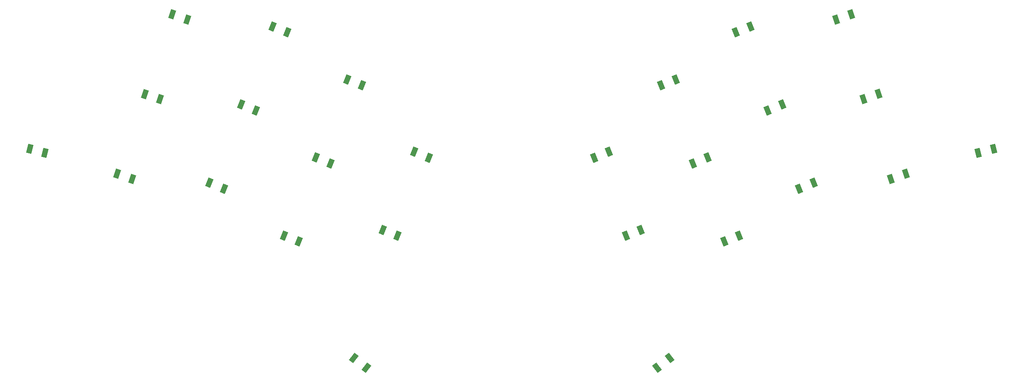
<source format=gbr>
%TF.GenerationSoftware,KiCad,Pcbnew,8.0.9-1.fc41*%
%TF.CreationDate,2025-04-15T07:09:33+10:00*%
%TF.ProjectId,'akohekohe,27616b6f-6865-46b6-9f68-652e6b696361,0.1*%
%TF.SameCoordinates,Original*%
%TF.FileFunction,Paste,Top*%
%TF.FilePolarity,Positive*%
%FSLAX46Y46*%
G04 Gerber Fmt 4.6, Leading zero omitted, Abs format (unit mm)*
G04 Created by KiCad (PCBNEW 8.0.9-1.fc41) date 2025-04-15 07:09:33*
%MOMM*%
%LPD*%
G01*
G04 APERTURE LIST*
G04 Aperture macros list*
%AMRotRect*
0 Rectangle, with rotation*
0 The origin of the aperture is its center*
0 $1 length*
0 $2 width*
0 $3 Rotation angle, in degrees counterclockwise*
0 Add horizontal line*
21,1,$1,$2,0,0,$3*%
G04 Aperture macros list end*
%ADD10RotRect,1.100000X1.900000X202.000000*%
%ADD11RotRect,1.100000X1.900000X194.000000*%
%ADD12RotRect,1.100000X1.900000X199.000000*%
%ADD13RotRect,1.100000X1.900000X158.000000*%
%ADD14RotRect,1.100000X1.900000X161.000000*%
%ADD15RotRect,1.100000X1.900000X217.000000*%
%ADD16RotRect,1.100000X1.900000X143.000000*%
%ADD17RotRect,1.100000X1.900000X166.000000*%
G04 APERTURE END LIST*
D10*
%TO.C,SW22*%
X211904216Y-111389149D03*
X214963927Y-110152949D03*
%TD*%
%TO.C,SW23*%
X227418175Y-100402480D03*
X230477886Y-99166280D03*
%TD*%
%TO.C,SW27*%
X220860978Y-84174174D03*
X223920689Y-82937974D03*
%TD*%
D11*
%TO.C,SW20*%
X271121746Y-109201125D03*
X274323743Y-108402797D03*
%TD*%
D12*
%TO.C,SW24*%
X247317706Y-98047643D03*
X250437926Y-96973283D03*
%TD*%
D13*
%TO.C,SW11*%
X111623161Y-115392032D03*
X114682903Y-116628275D03*
%TD*%
%TO.C,SW12*%
X127137209Y-126378681D03*
X130196951Y-127614924D03*
%TD*%
%TO.C,SW3*%
X140248442Y-93927199D03*
X143308184Y-95163442D03*
%TD*%
D12*
%TO.C,SW28*%
X241635161Y-81514153D03*
X244755381Y-80439793D03*
%TD*%
D10*
%TO.C,SW18*%
X233973765Y-116628236D03*
X237033476Y-115392036D03*
%TD*%
D12*
%TO.C,SW19*%
X253021840Y-114600444D03*
X256142060Y-113526084D03*
%TD*%
D14*
%TO.C,SW5*%
X98212122Y-96979456D03*
X101332364Y-98053862D03*
%TD*%
D15*
%TO.C,SW15*%
X204474230Y-153802785D03*
X207109776Y-151816784D03*
%TD*%
D13*
%TO.C,SW6*%
X118178825Y-99166262D03*
X121238567Y-100402505D03*
%TD*%
D16*
%TO.C,SW14*%
X141546964Y-151816764D03*
X144182483Y-153802799D03*
%TD*%
D14*
%TO.C,SW1*%
X103909569Y-80432885D03*
X107029811Y-81507291D03*
%TD*%
D10*
%TO.C,SW21*%
X198029124Y-126432228D03*
X201088835Y-125196028D03*
%TD*%
%TO.C,SW25*%
X191470058Y-110204455D03*
X194529769Y-108968255D03*
%TD*%
D17*
%TO.C,SW9*%
X74332984Y-108402788D03*
X77534978Y-109201153D03*
%TD*%
D13*
%TO.C,SW2*%
X124734443Y-82940565D03*
X127794185Y-84176808D03*
%TD*%
D10*
%TO.C,SW17*%
X218459803Y-127614868D03*
X221519514Y-126378668D03*
%TD*%
%TO.C,SW26*%
X205354999Y-95167575D03*
X208414710Y-93931375D03*
%TD*%
D14*
%TO.C,SW10*%
X92514659Y-113526053D03*
X95634901Y-114600459D03*
%TD*%
D13*
%TO.C,SW4*%
X154123534Y-108970323D03*
X157183276Y-110206566D03*
%TD*%
%TO.C,SW7*%
X133692791Y-110152944D03*
X136752533Y-111389187D03*
%TD*%
%TO.C,SW8*%
X147567910Y-125196045D03*
X150627652Y-126432288D03*
%TD*%
M02*

</source>
